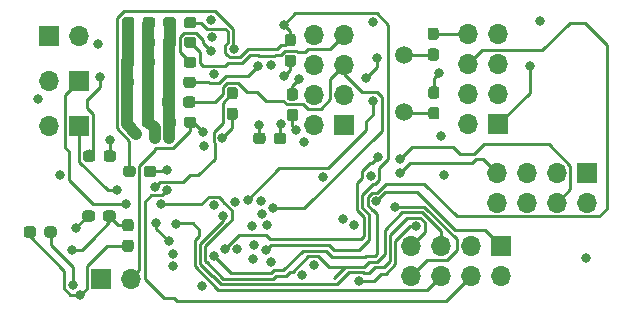
<source format=gbr>
%TF.GenerationSoftware,KiCad,Pcbnew,(5.1.6-0-10_14)*%
%TF.CreationDate,2020-07-31T15:00:41-05:00*%
%TF.ProjectId,final_fingerprint_sensor,66696e61-6c5f-4666-996e-676572707269,rev?*%
%TF.SameCoordinates,Original*%
%TF.FileFunction,Copper,L4,Bot*%
%TF.FilePolarity,Positive*%
%FSLAX46Y46*%
G04 Gerber Fmt 4.6, Leading zero omitted, Abs format (unit mm)*
G04 Created by KiCad (PCBNEW (5.1.6-0-10_14)) date 2020-07-31 15:00:41*
%MOMM*%
%LPD*%
G01*
G04 APERTURE LIST*
%TA.AperFunction,ComponentPad*%
%ADD10R,1.700000X1.700000*%
%TD*%
%TA.AperFunction,ComponentPad*%
%ADD11O,1.700000X1.700000*%
%TD*%
%TA.AperFunction,ComponentPad*%
%ADD12C,1.500000*%
%TD*%
%TA.AperFunction,ViaPad*%
%ADD13C,0.800000*%
%TD*%
%TA.AperFunction,Conductor*%
%ADD14C,0.250000*%
%TD*%
%TA.AperFunction,Conductor*%
%ADD15C,1.000000*%
%TD*%
G04 APERTURE END LIST*
%TO.P,C1,1*%
%TO.N,/FINGER_VCC*%
%TA.AperFunction,SMDPad,CuDef*%
G36*
G01*
X118525000Y-70162500D02*
X118525000Y-69687500D01*
G75*
G02*
X118762500Y-69450000I237500J0D01*
G01*
X119337500Y-69450000D01*
G75*
G02*
X119575000Y-69687500I0J-237500D01*
G01*
X119575000Y-70162500D01*
G75*
G02*
X119337500Y-70400000I-237500J0D01*
G01*
X118762500Y-70400000D01*
G75*
G02*
X118525000Y-70162500I0J237500D01*
G01*
G37*
%TD.AperFunction*%
%TO.P,C1,2*%
%TO.N,GND*%
%TA.AperFunction,SMDPad,CuDef*%
G36*
G01*
X120275000Y-70162500D02*
X120275000Y-69687500D01*
G75*
G02*
X120512500Y-69450000I237500J0D01*
G01*
X121087500Y-69450000D01*
G75*
G02*
X121325000Y-69687500I0J-237500D01*
G01*
X121325000Y-70162500D01*
G75*
G02*
X121087500Y-70400000I-237500J0D01*
G01*
X120512500Y-70400000D01*
G75*
G02*
X120275000Y-70162500I0J237500D01*
G01*
G37*
%TD.AperFunction*%
%TD*%
%TO.P,C4,1*%
%TO.N,GND*%
%TA.AperFunction,SMDPad,CuDef*%
G36*
G01*
X121225000Y-57087500D02*
X121225000Y-57562500D01*
G75*
G02*
X120987500Y-57800000I-237500J0D01*
G01*
X120412500Y-57800000D01*
G75*
G02*
X120175000Y-57562500I0J237500D01*
G01*
X120175000Y-57087500D01*
G75*
G02*
X120412500Y-56850000I237500J0D01*
G01*
X120987500Y-56850000D01*
G75*
G02*
X121225000Y-57087500I0J-237500D01*
G01*
G37*
%TD.AperFunction*%
%TO.P,C4,2*%
%TO.N,+3V3*%
%TA.AperFunction,SMDPad,CuDef*%
G36*
G01*
X119475000Y-57087500D02*
X119475000Y-57562500D01*
G75*
G02*
X119237500Y-57800000I-237500J0D01*
G01*
X118662500Y-57800000D01*
G75*
G02*
X118425000Y-57562500I0J237500D01*
G01*
X118425000Y-57087500D01*
G75*
G02*
X118662500Y-56850000I237500J0D01*
G01*
X119237500Y-56850000D01*
G75*
G02*
X119475000Y-57087500I0J-237500D01*
G01*
G37*
%TD.AperFunction*%
%TD*%
%TO.P,C6,2*%
%TO.N,GND*%
%TA.AperFunction,SMDPad,CuDef*%
G36*
G01*
X120125000Y-60912500D02*
X120125000Y-60437500D01*
G75*
G02*
X120362500Y-60200000I237500J0D01*
G01*
X120937500Y-60200000D01*
G75*
G02*
X121175000Y-60437500I0J-237500D01*
G01*
X121175000Y-60912500D01*
G75*
G02*
X120937500Y-61150000I-237500J0D01*
G01*
X120362500Y-61150000D01*
G75*
G02*
X120125000Y-60912500I0J237500D01*
G01*
G37*
%TD.AperFunction*%
%TO.P,C6,1*%
%TO.N,+3V3*%
%TA.AperFunction,SMDPad,CuDef*%
G36*
G01*
X118375000Y-60912500D02*
X118375000Y-60437500D01*
G75*
G02*
X118612500Y-60200000I237500J0D01*
G01*
X119187500Y-60200000D01*
G75*
G02*
X119425000Y-60437500I0J-237500D01*
G01*
X119425000Y-60912500D01*
G75*
G02*
X119187500Y-61150000I-237500J0D01*
G01*
X118612500Y-61150000D01*
G75*
G02*
X118375000Y-60912500I0J237500D01*
G01*
G37*
%TD.AperFunction*%
%TD*%
%TO.P,C7,1*%
%TO.N,+3V3*%
%TA.AperFunction,SMDPad,CuDef*%
G36*
G01*
X118325000Y-65937500D02*
X118325000Y-65462500D01*
G75*
G02*
X118562500Y-65225000I237500J0D01*
G01*
X119137500Y-65225000D01*
G75*
G02*
X119375000Y-65462500I0J-237500D01*
G01*
X119375000Y-65937500D01*
G75*
G02*
X119137500Y-66175000I-237500J0D01*
G01*
X118562500Y-66175000D01*
G75*
G02*
X118325000Y-65937500I0J237500D01*
G01*
G37*
%TD.AperFunction*%
%TO.P,C7,2*%
%TO.N,GND*%
%TA.AperFunction,SMDPad,CuDef*%
G36*
G01*
X120075000Y-65937500D02*
X120075000Y-65462500D01*
G75*
G02*
X120312500Y-65225000I237500J0D01*
G01*
X120887500Y-65225000D01*
G75*
G02*
X121125000Y-65462500I0J-237500D01*
G01*
X121125000Y-65937500D01*
G75*
G02*
X120887500Y-66175000I-237500J0D01*
G01*
X120312500Y-66175000D01*
G75*
G02*
X120075000Y-65937500I0J237500D01*
G01*
G37*
%TD.AperFunction*%
%TD*%
%TO.P,C8,1*%
%TO.N,GND*%
%TA.AperFunction,SMDPad,CuDef*%
G36*
G01*
X121125000Y-63812500D02*
X121125000Y-64287500D01*
G75*
G02*
X120887500Y-64525000I-237500J0D01*
G01*
X120312500Y-64525000D01*
G75*
G02*
X120075000Y-64287500I0J237500D01*
G01*
X120075000Y-63812500D01*
G75*
G02*
X120312500Y-63575000I237500J0D01*
G01*
X120887500Y-63575000D01*
G75*
G02*
X121125000Y-63812500I0J-237500D01*
G01*
G37*
%TD.AperFunction*%
%TO.P,C8,2*%
%TO.N,+3V3*%
%TA.AperFunction,SMDPad,CuDef*%
G36*
G01*
X119375000Y-63812500D02*
X119375000Y-64287500D01*
G75*
G02*
X119137500Y-64525000I-237500J0D01*
G01*
X118562500Y-64525000D01*
G75*
G02*
X118325000Y-64287500I0J237500D01*
G01*
X118325000Y-63812500D01*
G75*
G02*
X118562500Y-63575000I237500J0D01*
G01*
X119137500Y-63575000D01*
G75*
G02*
X119375000Y-63812500I0J-237500D01*
G01*
G37*
%TD.AperFunction*%
%TD*%
%TO.P,C9,1*%
%TO.N,Net-(C9-Pad1)*%
%TA.AperFunction,SMDPad,CuDef*%
G36*
G01*
X115075000Y-73937500D02*
X115075000Y-73462500D01*
G75*
G02*
X115312500Y-73225000I237500J0D01*
G01*
X115887500Y-73225000D01*
G75*
G02*
X116125000Y-73462500I0J-237500D01*
G01*
X116125000Y-73937500D01*
G75*
G02*
X115887500Y-74175000I-237500J0D01*
G01*
X115312500Y-74175000D01*
G75*
G02*
X115075000Y-73937500I0J237500D01*
G01*
G37*
%TD.AperFunction*%
%TO.P,C9,2*%
%TO.N,GND*%
%TA.AperFunction,SMDPad,CuDef*%
G36*
G01*
X116825000Y-73937500D02*
X116825000Y-73462500D01*
G75*
G02*
X117062500Y-73225000I237500J0D01*
G01*
X117637500Y-73225000D01*
G75*
G02*
X117875000Y-73462500I0J-237500D01*
G01*
X117875000Y-73937500D01*
G75*
G02*
X117637500Y-74175000I-237500J0D01*
G01*
X117062500Y-74175000D01*
G75*
G02*
X116825000Y-73937500I0J237500D01*
G01*
G37*
%TD.AperFunction*%
%TD*%
%TO.P,C10,2*%
%TO.N,GND*%
%TA.AperFunction,SMDPad,CuDef*%
G36*
G01*
X116175000Y-68387500D02*
X116175000Y-68862500D01*
G75*
G02*
X115937500Y-69100000I-237500J0D01*
G01*
X115362500Y-69100000D01*
G75*
G02*
X115125000Y-68862500I0J237500D01*
G01*
X115125000Y-68387500D01*
G75*
G02*
X115362500Y-68150000I237500J0D01*
G01*
X115937500Y-68150000D01*
G75*
G02*
X116175000Y-68387500I0J-237500D01*
G01*
G37*
%TD.AperFunction*%
%TO.P,C10,1*%
%TO.N,Net-(C10-Pad1)*%
%TA.AperFunction,SMDPad,CuDef*%
G36*
G01*
X117925000Y-68387500D02*
X117925000Y-68862500D01*
G75*
G02*
X117687500Y-69100000I-237500J0D01*
G01*
X117112500Y-69100000D01*
G75*
G02*
X116875000Y-68862500I0J237500D01*
G01*
X116875000Y-68387500D01*
G75*
G02*
X117112500Y-68150000I237500J0D01*
G01*
X117687500Y-68150000D01*
G75*
G02*
X117925000Y-68387500I0J-237500D01*
G01*
G37*
%TD.AperFunction*%
%TD*%
%TO.P,C13,2*%
%TO.N,GND*%
%TA.AperFunction,SMDPad,CuDef*%
G36*
G01*
X120150000Y-59237500D02*
X120150000Y-58762500D01*
G75*
G02*
X120387500Y-58525000I237500J0D01*
G01*
X120962500Y-58525000D01*
G75*
G02*
X121200000Y-58762500I0J-237500D01*
G01*
X121200000Y-59237500D01*
G75*
G02*
X120962500Y-59475000I-237500J0D01*
G01*
X120387500Y-59475000D01*
G75*
G02*
X120150000Y-59237500I0J237500D01*
G01*
G37*
%TD.AperFunction*%
%TO.P,C13,1*%
%TO.N,+3V3*%
%TA.AperFunction,SMDPad,CuDef*%
G36*
G01*
X118400000Y-59237500D02*
X118400000Y-58762500D01*
G75*
G02*
X118637500Y-58525000I237500J0D01*
G01*
X119212500Y-58525000D01*
G75*
G02*
X119450000Y-58762500I0J-237500D01*
G01*
X119450000Y-59237500D01*
G75*
G02*
X119212500Y-59475000I-237500J0D01*
G01*
X118637500Y-59475000D01*
G75*
G02*
X118400000Y-59237500I0J237500D01*
G01*
G37*
%TD.AperFunction*%
%TD*%
D10*
%TO.P,J1,1*%
%TO.N,/FINGER_VCC*%
X137248900Y-65991740D03*
D11*
%TO.P,J1,2*%
%TO.N,/USART2_RX_FROM_STM*%
X134708900Y-65991740D03*
%TO.P,J1,3*%
%TO.N,/USART2_TX_FROM_STM*%
X137248900Y-63451740D03*
%TO.P,J1,4*%
%TO.N,GND*%
X134708900Y-63451740D03*
%TO.P,J1,5*%
%TO.N,/INT2*%
X137248900Y-60911740D03*
%TO.P,J1,6*%
%TO.N,GND*%
X134708900Y-60911740D03*
%TO.P,J1,7*%
%TO.N,/INT1*%
X137248900Y-58371740D03*
%TO.P,J1,8*%
%TO.N,GND*%
X134708900Y-58371740D03*
%TD*%
%TO.P,J2,2*%
%TO.N,+5V*%
X112275000Y-62250000D03*
D10*
%TO.P,J2,1*%
%TO.N,Net-(J2-Pad1)*%
X114815000Y-62250000D03*
%TD*%
%TO.P,J3,1*%
%TO.N,Net-(J3-Pad1)*%
X114800000Y-66075000D03*
D11*
%TO.P,J3,2*%
%TO.N,+5V*%
X112260000Y-66075000D03*
%TD*%
%TO.P,J4,2*%
%TO.N,GND*%
X114808000Y-58420000D03*
D10*
%TO.P,J4,1*%
%TO.N,+5V*%
X112268000Y-58420000D03*
%TD*%
%TO.P,J5,1*%
%TO.N,GND*%
X116625000Y-79000000D03*
D11*
%TO.P,J5,2*%
%TO.N,/RST*%
X119165000Y-79000000D03*
%TD*%
%TO.P,J6,8*%
%TO.N,/DISP_BUSY*%
X150135000Y-72565000D03*
%TO.P,J6,7*%
%TO.N,/DISP_RESET_N*%
X150135000Y-70025000D03*
%TO.P,J6,6*%
%TO.N,/DISP_DATA_CMD_CTRL*%
X152675000Y-72565000D03*
%TO.P,J6,5*%
%TO.N,Net-(J6-Pad5)*%
X152675000Y-70025000D03*
%TO.P,J6,4*%
%TO.N,Net-(J6-Pad4)*%
X155215000Y-72565000D03*
%TO.P,J6,3*%
%TO.N,Net-(J6-Pad3)*%
X155215000Y-70025000D03*
%TO.P,J6,2*%
%TO.N,GND*%
X157755000Y-72565000D03*
D10*
%TO.P,J6,1*%
%TO.N,/DISP_VCC*%
X157755000Y-70025000D03*
%TD*%
%TO.P,J7,1*%
%TO.N,+3V3*%
X150290000Y-65930000D03*
D11*
%TO.P,J7,2*%
%TO.N,/SWDIO*%
X147750000Y-65930000D03*
%TO.P,J7,3*%
%TO.N,/SWCLK*%
X150290000Y-63390000D03*
%TO.P,J7,4*%
%TO.N,/SWO*%
X147750000Y-63390000D03*
%TO.P,J7,5*%
%TO.N,/NJTRST*%
X150290000Y-60850000D03*
%TO.P,J7,6*%
%TO.N,/TDI*%
X147750000Y-60850000D03*
%TO.P,J7,7*%
%TO.N,/FINGER_IO*%
X150290000Y-58310000D03*
%TO.P,J7,8*%
%TO.N,GND*%
X147750000Y-58310000D03*
%TD*%
%TO.P,J8,8*%
%TO.N,/KEYPAD_C4*%
X142855000Y-78790000D03*
%TO.P,J8,7*%
%TO.N,/KEYPAD_C3*%
X142855000Y-76250000D03*
%TO.P,J8,6*%
%TO.N,/KEYPAD_C2*%
X145395000Y-78790000D03*
%TO.P,J8,5*%
%TO.N,/KEYPAD_C1*%
X145395000Y-76250000D03*
%TO.P,J8,4*%
%TO.N,/KEYPAD_R4*%
X147935000Y-78790000D03*
%TO.P,J8,3*%
%TO.N,/KEYPAD_R3*%
X147935000Y-76250000D03*
%TO.P,J8,2*%
%TO.N,/KEYPAD_R2*%
X150475000Y-78790000D03*
D10*
%TO.P,J8,1*%
%TO.N,/KEYPAD_R1*%
X150475000Y-76250000D03*
%TD*%
%TO.P,R1,2*%
%TO.N,GND*%
%TA.AperFunction,SMDPad,CuDef*%
G36*
G01*
X120100000Y-62612500D02*
X120100000Y-62137500D01*
G75*
G02*
X120337500Y-61900000I237500J0D01*
G01*
X120912500Y-61900000D01*
G75*
G02*
X121150000Y-62137500I0J-237500D01*
G01*
X121150000Y-62612500D01*
G75*
G02*
X120912500Y-62850000I-237500J0D01*
G01*
X120337500Y-62850000D01*
G75*
G02*
X120100000Y-62612500I0J237500D01*
G01*
G37*
%TD.AperFunction*%
%TO.P,R1,1*%
%TO.N,+3V3*%
%TA.AperFunction,SMDPad,CuDef*%
G36*
G01*
X118350000Y-62612500D02*
X118350000Y-62137500D01*
G75*
G02*
X118587500Y-61900000I237500J0D01*
G01*
X119162500Y-61900000D01*
G75*
G02*
X119400000Y-62137500I0J-237500D01*
G01*
X119400000Y-62612500D01*
G75*
G02*
X119162500Y-62850000I-237500J0D01*
G01*
X118587500Y-62850000D01*
G75*
G02*
X118350000Y-62612500I0J237500D01*
G01*
G37*
%TD.AperFunction*%
%TD*%
%TO.P,R2,1*%
%TO.N,+3V3*%
%TA.AperFunction,SMDPad,CuDef*%
G36*
G01*
X121825000Y-64287500D02*
X121825000Y-63812500D01*
G75*
G02*
X122062500Y-63575000I237500J0D01*
G01*
X122637500Y-63575000D01*
G75*
G02*
X122875000Y-63812500I0J-237500D01*
G01*
X122875000Y-64287500D01*
G75*
G02*
X122637500Y-64525000I-237500J0D01*
G01*
X122062500Y-64525000D01*
G75*
G02*
X121825000Y-64287500I0J237500D01*
G01*
G37*
%TD.AperFunction*%
%TO.P,R2,2*%
%TO.N,/INT2*%
%TA.AperFunction,SMDPad,CuDef*%
G36*
G01*
X123575000Y-64287500D02*
X123575000Y-63812500D01*
G75*
G02*
X123812500Y-63575000I237500J0D01*
G01*
X124387500Y-63575000D01*
G75*
G02*
X124625000Y-63812500I0J-237500D01*
G01*
X124625000Y-64287500D01*
G75*
G02*
X124387500Y-64525000I-237500J0D01*
G01*
X123812500Y-64525000D01*
G75*
G02*
X123575000Y-64287500I0J237500D01*
G01*
G37*
%TD.AperFunction*%
%TD*%
%TO.P,R3,2*%
%TO.N,/INT1*%
%TA.AperFunction,SMDPad,CuDef*%
G36*
G01*
X123675000Y-59237500D02*
X123675000Y-58762500D01*
G75*
G02*
X123912500Y-58525000I237500J0D01*
G01*
X124487500Y-58525000D01*
G75*
G02*
X124725000Y-58762500I0J-237500D01*
G01*
X124725000Y-59237500D01*
G75*
G02*
X124487500Y-59475000I-237500J0D01*
G01*
X123912500Y-59475000D01*
G75*
G02*
X123675000Y-59237500I0J237500D01*
G01*
G37*
%TD.AperFunction*%
%TO.P,R3,1*%
%TO.N,+3V3*%
%TA.AperFunction,SMDPad,CuDef*%
G36*
G01*
X121925000Y-59237500D02*
X121925000Y-58762500D01*
G75*
G02*
X122162500Y-58525000I237500J0D01*
G01*
X122737500Y-58525000D01*
G75*
G02*
X122975000Y-58762500I0J-237500D01*
G01*
X122975000Y-59237500D01*
G75*
G02*
X122737500Y-59475000I-237500J0D01*
G01*
X122162500Y-59475000D01*
G75*
G02*
X121925000Y-59237500I0J237500D01*
G01*
G37*
%TD.AperFunction*%
%TD*%
%TO.P,R5,1*%
%TO.N,+3V3*%
%TA.AperFunction,SMDPad,CuDef*%
G36*
G01*
X121875000Y-62612500D02*
X121875000Y-62137500D01*
G75*
G02*
X122112500Y-61900000I237500J0D01*
G01*
X122687500Y-61900000D01*
G75*
G02*
X122925000Y-62137500I0J-237500D01*
G01*
X122925000Y-62612500D01*
G75*
G02*
X122687500Y-62850000I-237500J0D01*
G01*
X122112500Y-62850000D01*
G75*
G02*
X121875000Y-62612500I0J237500D01*
G01*
G37*
%TD.AperFunction*%
%TO.P,R5,2*%
%TO.N,/I2C1_SCL*%
%TA.AperFunction,SMDPad,CuDef*%
G36*
G01*
X123625000Y-62612500D02*
X123625000Y-62137500D01*
G75*
G02*
X123862500Y-61900000I237500J0D01*
G01*
X124437500Y-61900000D01*
G75*
G02*
X124675000Y-62137500I0J-237500D01*
G01*
X124675000Y-62612500D01*
G75*
G02*
X124437500Y-62850000I-237500J0D01*
G01*
X123862500Y-62850000D01*
G75*
G02*
X123625000Y-62612500I0J237500D01*
G01*
G37*
%TD.AperFunction*%
%TD*%
%TO.P,R6,1*%
%TO.N,+3V3*%
%TA.AperFunction,SMDPad,CuDef*%
G36*
G01*
X121925000Y-57562500D02*
X121925000Y-57087500D01*
G75*
G02*
X122162500Y-56850000I237500J0D01*
G01*
X122737500Y-56850000D01*
G75*
G02*
X122975000Y-57087500I0J-237500D01*
G01*
X122975000Y-57562500D01*
G75*
G02*
X122737500Y-57800000I-237500J0D01*
G01*
X122162500Y-57800000D01*
G75*
G02*
X121925000Y-57562500I0J237500D01*
G01*
G37*
%TD.AperFunction*%
%TO.P,R6,2*%
%TO.N,/I2C1_SDA*%
%TA.AperFunction,SMDPad,CuDef*%
G36*
G01*
X123675000Y-57562500D02*
X123675000Y-57087500D01*
G75*
G02*
X123912500Y-56850000I237500J0D01*
G01*
X124487500Y-56850000D01*
G75*
G02*
X124725000Y-57087500I0J-237500D01*
G01*
X124725000Y-57562500D01*
G75*
G02*
X124487500Y-57800000I-237500J0D01*
G01*
X123912500Y-57800000D01*
G75*
G02*
X123675000Y-57562500I0J237500D01*
G01*
G37*
%TD.AperFunction*%
%TD*%
%TO.P,R14,1*%
%TO.N,Net-(J6-Pad3)*%
%TA.AperFunction,SMDPad,CuDef*%
G36*
G01*
X132912500Y-61075000D02*
X132437500Y-61075000D01*
G75*
G02*
X132200000Y-60837500I0J237500D01*
G01*
X132200000Y-60262500D01*
G75*
G02*
X132437500Y-60025000I237500J0D01*
G01*
X132912500Y-60025000D01*
G75*
G02*
X133150000Y-60262500I0J-237500D01*
G01*
X133150000Y-60837500D01*
G75*
G02*
X132912500Y-61075000I-237500J0D01*
G01*
G37*
%TD.AperFunction*%
%TO.P,R14,2*%
%TO.N,/I2C1_SDA*%
%TA.AperFunction,SMDPad,CuDef*%
G36*
G01*
X132912500Y-59325000D02*
X132437500Y-59325000D01*
G75*
G02*
X132200000Y-59087500I0J237500D01*
G01*
X132200000Y-58512500D01*
G75*
G02*
X132437500Y-58275000I237500J0D01*
G01*
X132912500Y-58275000D01*
G75*
G02*
X133150000Y-58512500I0J-237500D01*
G01*
X133150000Y-59087500D01*
G75*
G02*
X132912500Y-59325000I-237500J0D01*
G01*
G37*
%TD.AperFunction*%
%TD*%
%TO.P,R17,1*%
%TO.N,Net-(J2-Pad1)*%
%TA.AperFunction,SMDPad,CuDef*%
G36*
G01*
X127512500Y-62775000D02*
X127987500Y-62775000D01*
G75*
G02*
X128225000Y-63012500I0J-237500D01*
G01*
X128225000Y-63587500D01*
G75*
G02*
X127987500Y-63825000I-237500J0D01*
G01*
X127512500Y-63825000D01*
G75*
G02*
X127275000Y-63587500I0J237500D01*
G01*
X127275000Y-63012500D01*
G75*
G02*
X127512500Y-62775000I237500J0D01*
G01*
G37*
%TD.AperFunction*%
%TO.P,R17,2*%
%TO.N,Net-(Q1-Pad3)*%
%TA.AperFunction,SMDPad,CuDef*%
G36*
G01*
X127512500Y-64525000D02*
X127987500Y-64525000D01*
G75*
G02*
X128225000Y-64762500I0J-237500D01*
G01*
X128225000Y-65337500D01*
G75*
G02*
X127987500Y-65575000I-237500J0D01*
G01*
X127512500Y-65575000D01*
G75*
G02*
X127275000Y-65337500I0J237500D01*
G01*
X127275000Y-64762500D01*
G75*
G02*
X127512500Y-64525000I237500J0D01*
G01*
G37*
%TD.AperFunction*%
%TD*%
%TO.P,R18,1*%
%TO.N,/RED_LED*%
%TA.AperFunction,SMDPad,CuDef*%
G36*
G01*
X129525000Y-67362500D02*
X129525000Y-66887500D01*
G75*
G02*
X129762500Y-66650000I237500J0D01*
G01*
X130337500Y-66650000D01*
G75*
G02*
X130575000Y-66887500I0J-237500D01*
G01*
X130575000Y-67362500D01*
G75*
G02*
X130337500Y-67600000I-237500J0D01*
G01*
X129762500Y-67600000D01*
G75*
G02*
X129525000Y-67362500I0J237500D01*
G01*
G37*
%TD.AperFunction*%
%TO.P,R18,2*%
%TO.N,GND*%
%TA.AperFunction,SMDPad,CuDef*%
G36*
G01*
X131275000Y-67362500D02*
X131275000Y-66887500D01*
G75*
G02*
X131512500Y-66650000I237500J0D01*
G01*
X132087500Y-66650000D01*
G75*
G02*
X132325000Y-66887500I0J-237500D01*
G01*
X132325000Y-67362500D01*
G75*
G02*
X132087500Y-67600000I-237500J0D01*
G01*
X131512500Y-67600000D01*
G75*
G02*
X131275000Y-67362500I0J237500D01*
G01*
G37*
%TD.AperFunction*%
%TD*%
%TO.P,R19,2*%
%TO.N,Net-(Q2-Pad3)*%
%TA.AperFunction,SMDPad,CuDef*%
G36*
G01*
X132612500Y-64625000D02*
X133087500Y-64625000D01*
G75*
G02*
X133325000Y-64862500I0J-237500D01*
G01*
X133325000Y-65437500D01*
G75*
G02*
X133087500Y-65675000I-237500J0D01*
G01*
X132612500Y-65675000D01*
G75*
G02*
X132375000Y-65437500I0J237500D01*
G01*
X132375000Y-64862500D01*
G75*
G02*
X132612500Y-64625000I237500J0D01*
G01*
G37*
%TD.AperFunction*%
%TO.P,R19,1*%
%TO.N,Net-(J3-Pad1)*%
%TA.AperFunction,SMDPad,CuDef*%
G36*
G01*
X132612500Y-62875000D02*
X133087500Y-62875000D01*
G75*
G02*
X133325000Y-63112500I0J-237500D01*
G01*
X133325000Y-63687500D01*
G75*
G02*
X133087500Y-63925000I-237500J0D01*
G01*
X132612500Y-63925000D01*
G75*
G02*
X132375000Y-63687500I0J237500D01*
G01*
X132375000Y-63112500D01*
G75*
G02*
X132612500Y-62875000I237500J0D01*
G01*
G37*
%TD.AperFunction*%
%TD*%
%TO.P,R23,2*%
%TO.N,/RST*%
%TA.AperFunction,SMDPad,CuDef*%
G36*
G01*
X123675000Y-66012500D02*
X123675000Y-65537500D01*
G75*
G02*
X123912500Y-65300000I237500J0D01*
G01*
X124487500Y-65300000D01*
G75*
G02*
X124725000Y-65537500I0J-237500D01*
G01*
X124725000Y-66012500D01*
G75*
G02*
X124487500Y-66250000I-237500J0D01*
G01*
X123912500Y-66250000D01*
G75*
G02*
X123675000Y-66012500I0J237500D01*
G01*
G37*
%TD.AperFunction*%
%TO.P,R23,1*%
%TO.N,+3V3*%
%TA.AperFunction,SMDPad,CuDef*%
G36*
G01*
X121925000Y-66012500D02*
X121925000Y-65537500D01*
G75*
G02*
X122162500Y-65300000I237500J0D01*
G01*
X122737500Y-65300000D01*
G75*
G02*
X122975000Y-65537500I0J-237500D01*
G01*
X122975000Y-66012500D01*
G75*
G02*
X122737500Y-66250000I-237500J0D01*
G01*
X122162500Y-66250000D01*
G75*
G02*
X121925000Y-66012500I0J237500D01*
G01*
G37*
%TD.AperFunction*%
%TD*%
D12*
%TO.P,Y2,1*%
%TO.N,/XTAL1_HI*%
X142325000Y-60050000D03*
%TO.P,Y2,2*%
%TO.N,/XTAL2_HI*%
X142325000Y-64930000D03*
%TD*%
%TO.P,C3,1*%
%TO.N,GND*%
%TA.AperFunction,SMDPad,CuDef*%
G36*
G01*
X124700000Y-60437500D02*
X124700000Y-60912500D01*
G75*
G02*
X124462500Y-61150000I-237500J0D01*
G01*
X123887500Y-61150000D01*
G75*
G02*
X123650000Y-60912500I0J237500D01*
G01*
X123650000Y-60437500D01*
G75*
G02*
X123887500Y-60200000I237500J0D01*
G01*
X124462500Y-60200000D01*
G75*
G02*
X124700000Y-60437500I0J-237500D01*
G01*
G37*
%TD.AperFunction*%
%TO.P,C3,2*%
%TO.N,+3V3*%
%TA.AperFunction,SMDPad,CuDef*%
G36*
G01*
X122950000Y-60437500D02*
X122950000Y-60912500D01*
G75*
G02*
X122712500Y-61150000I-237500J0D01*
G01*
X122137500Y-61150000D01*
G75*
G02*
X121900000Y-60912500I0J237500D01*
G01*
X121900000Y-60437500D01*
G75*
G02*
X122137500Y-60200000I237500J0D01*
G01*
X122712500Y-60200000D01*
G75*
G02*
X122950000Y-60437500I0J-237500D01*
G01*
G37*
%TD.AperFunction*%
%TD*%
%TO.P,C5,1*%
%TO.N,/XTAL1_HI*%
%TA.AperFunction,SMDPad,CuDef*%
G36*
G01*
X145012500Y-60550000D02*
X144537500Y-60550000D01*
G75*
G02*
X144300000Y-60312500I0J237500D01*
G01*
X144300000Y-59737500D01*
G75*
G02*
X144537500Y-59500000I237500J0D01*
G01*
X145012500Y-59500000D01*
G75*
G02*
X145250000Y-59737500I0J-237500D01*
G01*
X145250000Y-60312500D01*
G75*
G02*
X145012500Y-60550000I-237500J0D01*
G01*
G37*
%TD.AperFunction*%
%TO.P,C5,2*%
%TO.N,GND*%
%TA.AperFunction,SMDPad,CuDef*%
G36*
G01*
X145012500Y-58800000D02*
X144537500Y-58800000D01*
G75*
G02*
X144300000Y-58562500I0J237500D01*
G01*
X144300000Y-57987500D01*
G75*
G02*
X144537500Y-57750000I237500J0D01*
G01*
X145012500Y-57750000D01*
G75*
G02*
X145250000Y-57987500I0J-237500D01*
G01*
X145250000Y-58562500D01*
G75*
G02*
X145012500Y-58800000I-237500J0D01*
G01*
G37*
%TD.AperFunction*%
%TD*%
%TO.P,C16,2*%
%TO.N,GND*%
%TA.AperFunction,SMDPad,CuDef*%
G36*
G01*
X145062500Y-63775000D02*
X144587500Y-63775000D01*
G75*
G02*
X144350000Y-63537500I0J237500D01*
G01*
X144350000Y-62962500D01*
G75*
G02*
X144587500Y-62725000I237500J0D01*
G01*
X145062500Y-62725000D01*
G75*
G02*
X145300000Y-62962500I0J-237500D01*
G01*
X145300000Y-63537500D01*
G75*
G02*
X145062500Y-63775000I-237500J0D01*
G01*
G37*
%TD.AperFunction*%
%TO.P,C16,1*%
%TO.N,/XTAL2_HI*%
%TA.AperFunction,SMDPad,CuDef*%
G36*
G01*
X145062500Y-65525000D02*
X144587500Y-65525000D01*
G75*
G02*
X144350000Y-65287500I0J237500D01*
G01*
X144350000Y-64712500D01*
G75*
G02*
X144587500Y-64475000I237500J0D01*
G01*
X145062500Y-64475000D01*
G75*
G02*
X145300000Y-64712500I0J-237500D01*
G01*
X145300000Y-65287500D01*
G75*
G02*
X145062500Y-65525000I-237500J0D01*
G01*
G37*
%TD.AperFunction*%
%TD*%
%TO.P,R4,2*%
%TO.N,Net-(R20-Pad1)*%
%TA.AperFunction,SMDPad,CuDef*%
G36*
G01*
X111150000Y-74812500D02*
X111150000Y-75287500D01*
G75*
G02*
X110912500Y-75525000I-237500J0D01*
G01*
X110337500Y-75525000D01*
G75*
G02*
X110100000Y-75287500I0J237500D01*
G01*
X110100000Y-74812500D01*
G75*
G02*
X110337500Y-74575000I237500J0D01*
G01*
X110912500Y-74575000D01*
G75*
G02*
X111150000Y-74812500I0J-237500D01*
G01*
G37*
%TD.AperFunction*%
%TO.P,R4,1*%
%TO.N,+3V3*%
%TA.AperFunction,SMDPad,CuDef*%
G36*
G01*
X112900000Y-74812500D02*
X112900000Y-75287500D01*
G75*
G02*
X112662500Y-75525000I-237500J0D01*
G01*
X112087500Y-75525000D01*
G75*
G02*
X111850000Y-75287500I0J237500D01*
G01*
X111850000Y-74812500D01*
G75*
G02*
X112087500Y-74575000I237500J0D01*
G01*
X112662500Y-74575000D01*
G75*
G02*
X112900000Y-74812500I0J-237500D01*
G01*
G37*
%TD.AperFunction*%
%TD*%
%TO.P,R20,1*%
%TO.N,Net-(R20-Pad1)*%
%TA.AperFunction,SMDPad,CuDef*%
G36*
G01*
X119162500Y-76750000D02*
X118687500Y-76750000D01*
G75*
G02*
X118450000Y-76512500I0J237500D01*
G01*
X118450000Y-75937500D01*
G75*
G02*
X118687500Y-75700000I237500J0D01*
G01*
X119162500Y-75700000D01*
G75*
G02*
X119400000Y-75937500I0J-237500D01*
G01*
X119400000Y-76512500D01*
G75*
G02*
X119162500Y-76750000I-237500J0D01*
G01*
G37*
%TD.AperFunction*%
%TO.P,R20,2*%
%TO.N,GND*%
%TA.AperFunction,SMDPad,CuDef*%
G36*
G01*
X119162500Y-75000000D02*
X118687500Y-75000000D01*
G75*
G02*
X118450000Y-74762500I0J237500D01*
G01*
X118450000Y-74187500D01*
G75*
G02*
X118687500Y-73950000I237500J0D01*
G01*
X119162500Y-73950000D01*
G75*
G02*
X119400000Y-74187500I0J-237500D01*
G01*
X119400000Y-74762500D01*
G75*
G02*
X119162500Y-75000000I-237500J0D01*
G01*
G37*
%TD.AperFunction*%
%TD*%
D13*
%TO.N,/RST*%
X125275000Y-66600000D03*
%TO.N,GND*%
X137125000Y-73925000D03*
%TO.N,/DISP_RESET_N*%
X141975000Y-70050000D03*
%TO.N,+3V3*%
X114275000Y-79525000D03*
%TO.N,/FINGER_VCC*%
X127900000Y-59550000D03*
%TO.N,Net-(J6-Pad3)*%
X133800000Y-67400000D03*
%TO.N,/TDI*%
X126200000Y-77125000D03*
%TO.N,GND*%
X122250000Y-69825000D03*
X131050000Y-77600000D03*
%TO.N,+3V3*%
X125975000Y-57100000D03*
X126175000Y-61700000D03*
%TO.N,GND*%
X131075000Y-60875000D03*
X113150000Y-70225000D03*
X121175000Y-67075000D03*
X116550000Y-61925000D03*
X122725000Y-76875000D03*
X131850000Y-65875000D03*
X145250000Y-61575000D03*
X145725000Y-70250000D03*
X125975000Y-59700000D03*
X114150000Y-76550000D03*
%TO.N,+3V3*%
X122425000Y-67100000D03*
X119600000Y-66750000D03*
X133700000Y-78675000D03*
X130675000Y-74450000D03*
X152950000Y-61025000D03*
%TO.N,Net-(C9-Pad1)*%
X114500000Y-74700000D03*
%TO.N,Net-(C10-Pad1)*%
X111325000Y-63750000D03*
X117400000Y-67225000D03*
%TO.N,/DISP_VCC*%
X139675000Y-57275000D03*
X126012500Y-58562500D03*
%TO.N,/XTAL1*%
X138450000Y-79175000D03*
X143325000Y-74575000D03*
%TO.N,/INT2*%
X131225000Y-73025000D03*
%TO.N,/INT1*%
X134675000Y-77825000D03*
X157675000Y-77225000D03*
X153825000Y-57225000D03*
%TO.N,Net-(J2-Pad1)*%
X121175000Y-71225000D03*
X118800000Y-72675000D03*
%TO.N,Net-(J3-Pad1)*%
X133450000Y-62125000D03*
X118000000Y-71500000D03*
%TO.N,/RST*%
X138100000Y-74425000D03*
%TO.N,/DISP_BUSY*%
X130275000Y-73525000D03*
%TO.N,/DISP_RESET_N*%
X130225000Y-72425000D03*
%TO.N,/DISP_DATA_CMD_CTRL*%
X129100000Y-72325000D03*
X139700000Y-63950000D03*
%TO.N,Net-(J6-Pad5)*%
X122712500Y-77912500D03*
X135425000Y-70400000D03*
X145425000Y-66925000D03*
%TO.N,Net-(J6-Pad4)*%
X141950000Y-68873002D03*
%TO.N,Net-(J6-Pad3)*%
X132175000Y-61825000D03*
X139975000Y-60300000D03*
X139050000Y-61975000D03*
%TO.N,/SWDIO*%
X129450000Y-74575000D03*
%TO.N,/SWCLK*%
X125175000Y-79625000D03*
%TO.N,/SWO*%
X127125000Y-76500000D03*
X140075000Y-68675000D03*
%TO.N,/NJTRST*%
X128200000Y-76525000D03*
%TO.N,/FINGER_IO*%
X126250000Y-72775000D03*
%TO.N,/KEYPAD_C4*%
X141499999Y-72899999D03*
%TO.N,/KEYPAD_C3*%
X126975000Y-73675000D03*
%TO.N,/KEYPAD_C2*%
X123000000Y-74350000D03*
%TO.N,/KEYPAD_C1*%
X121750000Y-72675000D03*
%TO.N,/KEYPAD_R4*%
X122250000Y-71525000D03*
%TO.N,/KEYPAD_R1*%
X129575000Y-76175000D03*
X139950000Y-72450000D03*
%TO.N,Net-(Q1-Pad3)*%
X126925000Y-67100000D03*
%TO.N,/RED_LED*%
X130025000Y-66025000D03*
%TO.N,Net-(Q2-Pad3)*%
X133175000Y-66425000D03*
%TO.N,/I2C1_SCL*%
X129550000Y-77300000D03*
%TO.N,/I2C1_SDA*%
X130650000Y-76575000D03*
%TO.N,/DISP_PWR_ON*%
X122375000Y-75850000D03*
%TO.N,/I2C1_SDA*%
X132100000Y-57500000D03*
%TO.N,/I2C1_SCL*%
X129975000Y-60975000D03*
X139475000Y-70275000D03*
%TO.N,/DISP_PWR_ON*%
X121300000Y-74275000D03*
%TO.N,/FINGER_PWR_ON*%
X128025000Y-72475000D03*
X125400000Y-67775000D03*
X116400000Y-59125000D03*
%TO.N,Net-(R20-Pad1)*%
X114900000Y-80425000D03*
%TD*%
D14*
%TO.N,/FINGER_VCC*%
X127825000Y-59275000D02*
X127850000Y-59300000D01*
X126273002Y-56325000D02*
X127825000Y-57876998D01*
X118629490Y-56325000D02*
X126273002Y-56325000D01*
X117999990Y-56954500D02*
X118629490Y-56325000D01*
X127825000Y-57876998D02*
X127825000Y-59475000D01*
X117999990Y-66266730D02*
X117999990Y-56954500D01*
X127825000Y-59475000D02*
X127900000Y-59550000D01*
X119050000Y-67316740D02*
X117999990Y-66266730D01*
X119050000Y-69925000D02*
X119050000Y-67316740D01*
D15*
%TO.N,GND*%
X120600000Y-57425000D02*
X120700000Y-57325000D01*
X120600000Y-65700000D02*
X120600000Y-57425000D01*
X121175000Y-66275000D02*
X120600000Y-65700000D01*
X121175000Y-67075000D02*
X121175000Y-66275000D01*
D14*
X147715000Y-58275000D02*
X147750000Y-58310000D01*
X144775000Y-58275000D02*
X147715000Y-58275000D01*
X144825000Y-62125000D02*
X144825000Y-62125000D01*
X144825000Y-62000000D02*
X145250000Y-61575000D01*
X144825000Y-63250000D02*
X144825000Y-62000000D01*
X117350000Y-73700000D02*
X117350000Y-74225000D01*
X117350000Y-74225000D02*
X115850000Y-75725000D01*
X115650000Y-68625000D02*
X115650000Y-68150000D01*
X115975001Y-68299999D02*
X115975001Y-65050001D01*
X115650000Y-68625000D02*
X115975001Y-68299999D01*
X115975001Y-65050001D02*
X115500000Y-64575000D01*
X115500000Y-64575000D02*
X115500000Y-63825000D01*
X116550000Y-62800002D02*
X116550000Y-61925000D01*
X115525002Y-63825000D02*
X116550000Y-62800002D01*
X115500000Y-63825000D02*
X115525002Y-63825000D01*
X122225000Y-69850000D02*
X122250000Y-69825000D01*
X131800000Y-65925000D02*
X131850000Y-65875000D01*
X131800000Y-67125000D02*
X131800000Y-65925000D01*
X122150000Y-69925000D02*
X122250000Y-69825000D01*
X120800000Y-69925000D02*
X122150000Y-69925000D01*
X118125000Y-74475000D02*
X117350000Y-73700000D01*
X118925000Y-74475000D02*
X118125000Y-74475000D01*
X115025000Y-76550000D02*
X115850000Y-75725000D01*
X114150000Y-76550000D02*
X115025000Y-76550000D01*
X125287499Y-59012499D02*
X125975000Y-59700000D01*
X125287499Y-58766989D02*
X125287499Y-59012499D01*
X123679500Y-58199990D02*
X124720500Y-58199990D01*
X124720500Y-58199990D02*
X125287499Y-58766989D01*
X123349990Y-58529500D02*
X123679500Y-58199990D01*
X123349990Y-59849990D02*
X123349990Y-58529500D01*
X124175000Y-60675000D02*
X123349990Y-59849990D01*
D15*
%TO.N,+3V3*%
X118850000Y-65700000D02*
X118850000Y-64050000D01*
X118875000Y-64025000D02*
X118850000Y-64050000D01*
X118875000Y-62375000D02*
X118875000Y-64025000D01*
X118875000Y-60700000D02*
X118900000Y-60675000D01*
X118875000Y-62375000D02*
X118875000Y-60700000D01*
X118925000Y-60650000D02*
X118900000Y-60675000D01*
X118925000Y-59000000D02*
X118925000Y-60650000D01*
X118950000Y-58975000D02*
X118925000Y-59000000D01*
X118950000Y-57325000D02*
X118950000Y-58975000D01*
X122450000Y-57325000D02*
X122450000Y-59000000D01*
X122425000Y-59025000D02*
X122450000Y-59000000D01*
X122425000Y-60675000D02*
X122425000Y-59025000D01*
X122425000Y-65750000D02*
X122450000Y-65775000D01*
X122425000Y-60675000D02*
X122425000Y-65750000D01*
D14*
X122150000Y-66075000D02*
X122450000Y-65775000D01*
D15*
X118850000Y-65950000D02*
X118850000Y-65700000D01*
X122425000Y-65800000D02*
X122450000Y-65775000D01*
X122425000Y-67100000D02*
X122425000Y-65800000D01*
D14*
X152950000Y-63270000D02*
X152950000Y-61025000D01*
X150290000Y-65930000D02*
X152950000Y-63270000D01*
D15*
X118850000Y-65950000D02*
X119625000Y-66725000D01*
D14*
X112375000Y-76173002D02*
X114250000Y-78048002D01*
X112375000Y-75050000D02*
X112375000Y-76173002D01*
X114250000Y-79500000D02*
X114275000Y-79525000D01*
X114250000Y-78048002D02*
X114250000Y-79500000D01*
%TO.N,/XTAL1_HI*%
X144750000Y-60050000D02*
X144775000Y-60025000D01*
X142325000Y-60050000D02*
X144750000Y-60050000D01*
%TO.N,Net-(C9-Pad1)*%
X115500000Y-73700000D02*
X114500000Y-74700000D01*
X115600000Y-73700000D02*
X115500000Y-73700000D01*
%TO.N,Net-(C10-Pad1)*%
X117400000Y-68625000D02*
X117400000Y-67225000D01*
X117400000Y-67225000D02*
X117400000Y-67225000D01*
%TO.N,/XTAL1*%
X138450000Y-79175000D02*
X139775000Y-79175000D01*
X139775000Y-79175000D02*
X140375000Y-78575000D01*
X142790998Y-74575000D02*
X143325000Y-74575000D01*
X143325000Y-74575000D02*
X143325000Y-74575000D01*
X140375000Y-78575000D02*
X140750000Y-78575000D01*
X140750000Y-78575000D02*
X141570499Y-77754501D01*
X141570499Y-75795499D02*
X142790998Y-74575000D01*
X141570499Y-77754501D02*
X141570499Y-75795499D01*
%TO.N,/XTAL2_HI*%
X142395000Y-65000000D02*
X142325000Y-64930000D01*
X144825000Y-65000000D02*
X142395000Y-65000000D01*
%TO.N,/INT2*%
X136073899Y-62086741D02*
X137248900Y-60911740D01*
X134144899Y-64626741D02*
X135272901Y-64626741D01*
X133768168Y-64250010D02*
X134144899Y-64626741D01*
X132379500Y-64250010D02*
X133768168Y-64250010D01*
X135272901Y-64626741D02*
X136073899Y-63825743D01*
X136073899Y-63825743D02*
X136073899Y-62086741D01*
X124100000Y-64050000D02*
X126300000Y-64050000D01*
X126949990Y-62779500D02*
X127279500Y-62449990D01*
X128220500Y-62449990D02*
X129000000Y-63229490D01*
X127279500Y-62449990D02*
X128220500Y-62449990D01*
X126949990Y-63400010D02*
X126949990Y-62779500D01*
X126300000Y-64050000D02*
X126949990Y-63400010D01*
X129000000Y-63229490D02*
X129879490Y-63229490D01*
X130597755Y-63947755D02*
X132077245Y-63947755D01*
X129879490Y-63229490D02*
X130597755Y-63947755D01*
X132077245Y-63947755D02*
X132379500Y-64250010D01*
X140425001Y-66473001D02*
X133873002Y-73025000D01*
X140425001Y-63601999D02*
X140425001Y-66473001D01*
X133873002Y-73025000D02*
X131225000Y-73025000D01*
X140048001Y-63224999D02*
X140425001Y-63601999D01*
X137248900Y-61712738D02*
X138761161Y-63224999D01*
X138761161Y-63224999D02*
X140048001Y-63224999D01*
X137248900Y-60911740D02*
X137248900Y-61712738D01*
%TO.N,/INT1*%
X136073899Y-59546741D02*
X137248900Y-58371740D01*
X134203259Y-59546741D02*
X136073899Y-59546741D01*
X133899999Y-59850001D02*
X134203259Y-59546741D01*
X133899999Y-59850001D02*
X133295511Y-59850001D01*
X131874990Y-60029500D02*
X132204500Y-59699990D01*
X131420500Y-60029500D02*
X131874990Y-60029500D01*
X131300001Y-60149999D02*
X131420500Y-60029500D01*
X125025010Y-59825010D02*
X125025010Y-60750010D01*
X129998001Y-60149999D02*
X131300001Y-60149999D01*
X129948001Y-60099999D02*
X129998001Y-60149999D01*
X129225001Y-60099999D02*
X129948001Y-60099999D01*
X127175001Y-60974999D02*
X127424989Y-60725011D01*
X125025010Y-60750010D02*
X125249999Y-60974999D01*
X128599989Y-60725011D02*
X129225001Y-60099999D01*
X132204500Y-59699990D02*
X133145500Y-59699990D01*
X127424989Y-60725011D02*
X128599989Y-60725011D01*
X125249999Y-60974999D02*
X127175001Y-60974999D01*
X124200000Y-59000000D02*
X125025010Y-59825010D01*
X133295511Y-59850001D02*
X133145500Y-59699990D01*
%TO.N,Net-(J2-Pad1)*%
X113624999Y-63440001D02*
X114815000Y-62250000D01*
X113624999Y-67920509D02*
X113624999Y-63440001D01*
X118800000Y-72675000D02*
X115975000Y-72675000D01*
X115975000Y-72675000D02*
X113925000Y-70625000D01*
X113925000Y-68220510D02*
X113624999Y-67920509D01*
X113925000Y-70625000D02*
X113925000Y-68220510D01*
X126949990Y-64100010D02*
X127750000Y-63300000D01*
X121175000Y-71225000D02*
X121600001Y-70799999D01*
X126950000Y-65570510D02*
X126949990Y-65570500D01*
X126949990Y-65570500D02*
X126949990Y-64100010D01*
X126275000Y-68850000D02*
X126275000Y-67873002D01*
X121600001Y-70799999D02*
X123601999Y-70799999D01*
X124875000Y-70250000D02*
X126275000Y-68850000D01*
X124151998Y-70250000D02*
X124875000Y-70250000D01*
X126950000Y-65825000D02*
X126950000Y-65570510D01*
X123601999Y-70799999D02*
X124151998Y-70250000D01*
X126199999Y-66575001D02*
X126350000Y-66425000D01*
X126199999Y-67448001D02*
X126199999Y-66575001D01*
X126275000Y-67523002D02*
X126199999Y-67448001D01*
X126275000Y-67873002D02*
X126275000Y-67523002D01*
X126350000Y-66425000D02*
X126950000Y-65825000D01*
%TO.N,Net-(J3-Pad1)*%
X132850000Y-63400000D02*
X132850000Y-62725000D01*
X132850000Y-62725000D02*
X133450000Y-62125000D01*
X133450000Y-62125000D02*
X133450000Y-62125000D01*
X114800000Y-69095510D02*
X114800000Y-66075000D01*
X117204490Y-71500000D02*
X114800000Y-69095510D01*
X118000000Y-71500000D02*
X117204490Y-71500000D01*
%TO.N,/RST*%
X124200000Y-66491740D02*
X124200000Y-65775000D01*
X122766730Y-67925010D02*
X124200000Y-66491740D01*
X121254480Y-67925010D02*
X122766730Y-67925010D01*
X119165000Y-79000000D02*
X119799990Y-78365010D01*
X124450000Y-65775000D02*
X125275000Y-66600000D01*
X124200000Y-65775000D02*
X124450000Y-65775000D01*
X119900010Y-69474990D02*
X119900010Y-72288580D01*
X121254480Y-68120520D02*
X119900010Y-69474990D01*
X121254480Y-67925010D02*
X121254480Y-68120520D01*
X119889991Y-72298599D02*
X119889991Y-78275009D01*
X119889991Y-78275009D02*
X119799990Y-78365010D01*
X119900010Y-72288580D02*
X119889991Y-72298599D01*
%TO.N,/DISP_RESET_N*%
X150135000Y-70025000D02*
X148985000Y-68875000D01*
X148436410Y-68875000D02*
X148061410Y-69250000D01*
X148985000Y-68875000D02*
X148436410Y-68875000D01*
X142775000Y-69250000D02*
X143125000Y-69250000D01*
X141975000Y-70050000D02*
X142775000Y-69250000D01*
X148061410Y-69250000D02*
X143125000Y-69250000D01*
%TO.N,/DISP_DATA_CMD_CTRL*%
X135850643Y-69674999D02*
X139075000Y-66450642D01*
X131750001Y-69674999D02*
X135850643Y-69674999D01*
X129100000Y-72325000D02*
X131750001Y-69674999D01*
X139075000Y-66450642D02*
X139075000Y-65700000D01*
X139700000Y-65075000D02*
X139700000Y-63950000D01*
X139075000Y-65700000D02*
X139700000Y-65075000D01*
%TO.N,Net-(J6-Pad4)*%
X141950000Y-68873002D02*
X142973002Y-67850000D01*
X147038591Y-68450001D02*
X148224999Y-68450001D01*
X146438590Y-67850000D02*
X147038591Y-68450001D01*
X142973002Y-67850000D02*
X146438590Y-67850000D01*
X148224999Y-68450001D02*
X149050000Y-67625000D01*
X156390001Y-71389999D02*
X155215000Y-72565000D01*
X156390001Y-69460999D02*
X156390001Y-71389999D01*
X154554002Y-67625000D02*
X156390001Y-69460999D01*
X149050000Y-67625000D02*
X154554002Y-67625000D01*
%TO.N,Net-(J6-Pad3)*%
X132675000Y-61325000D02*
X132175000Y-61825000D01*
X132675000Y-60550000D02*
X132675000Y-61325000D01*
X139975000Y-60300000D02*
X139975000Y-61050000D01*
X139975000Y-61050000D02*
X139050000Y-61975000D01*
X139050000Y-61975000D02*
X139050000Y-61975000D01*
%TO.N,/SWO*%
X139550000Y-69200000D02*
X140075000Y-68675000D01*
X139409315Y-69200000D02*
X139550000Y-69200000D01*
X128300001Y-75324999D02*
X130648001Y-75324999D01*
X130948002Y-75625000D02*
X138700000Y-75625000D01*
X138749999Y-70475001D02*
X138749999Y-69859315D01*
X138700000Y-75625000D02*
X138899990Y-75425010D01*
X138324980Y-73170802D02*
X138324980Y-70900020D01*
X130648001Y-75324999D02*
X130948002Y-75625000D01*
X138899990Y-75425010D02*
X138899990Y-73745812D01*
X138324980Y-70900020D02*
X138749999Y-70475001D01*
X138749999Y-69859315D02*
X139409315Y-69200000D01*
X138899990Y-73745812D02*
X138324980Y-73170802D01*
X127125000Y-76500000D02*
X128300001Y-75324999D01*
%TO.N,/TDI*%
X156326001Y-57348999D02*
X154000001Y-59674999D01*
X159450001Y-59190999D02*
X157608001Y-57348999D01*
X159450001Y-73104001D02*
X159450001Y-59190999D01*
X148925001Y-59674999D02*
X147750000Y-60850000D01*
X131038610Y-78549980D02*
X131288600Y-78299990D01*
X158814001Y-73740001D02*
X159450001Y-73104001D01*
X140050000Y-73550000D02*
X139675001Y-73175001D01*
X143999999Y-70974999D02*
X146765001Y-73740001D01*
X140788591Y-70974999D02*
X143999999Y-70974999D01*
X127624980Y-78549980D02*
X131038610Y-78549980D01*
X140038591Y-71724999D02*
X140788591Y-70974999D01*
X139113590Y-77125000D02*
X139825000Y-77125000D01*
X139224999Y-72101999D02*
X139601999Y-71724999D01*
X139224999Y-72798001D02*
X139224999Y-72101999D01*
X139675001Y-73175001D02*
X139601999Y-73175001D01*
X139601999Y-71724999D02*
X140038591Y-71724999D01*
X139825000Y-77125000D02*
X140050000Y-76900000D01*
X139601999Y-73175001D02*
X139224999Y-72798001D01*
X133738601Y-76649989D02*
X135674989Y-76649989D01*
X139038590Y-77200000D02*
X139113590Y-77125000D01*
X136225000Y-77200000D02*
X139038590Y-77200000D01*
X131288600Y-78299990D02*
X132088600Y-78299990D01*
X135674989Y-76649989D02*
X136225000Y-77200000D01*
X132088600Y-78299990D02*
X133738601Y-76649989D01*
X140050000Y-76900000D02*
X140050000Y-73550000D01*
X146765001Y-73740001D02*
X158814001Y-73740001D01*
X154000001Y-59674999D02*
X148925001Y-59674999D01*
X157608001Y-57348999D02*
X156326001Y-57348999D01*
X126200000Y-77125000D02*
X127624980Y-78549980D01*
%TO.N,/KEYPAD_C4*%
X146750000Y-75654178D02*
X143995821Y-72899999D01*
X146750000Y-76575000D02*
X146750000Y-75654178D01*
X145899999Y-77425001D02*
X146750000Y-76575000D01*
X144219999Y-77425001D02*
X145899999Y-77425001D01*
X142855000Y-78790000D02*
X144219999Y-77425001D01*
X143995821Y-72899999D02*
X141499999Y-72899999D01*
X141499999Y-72899999D02*
X141499999Y-72899999D01*
%TO.N,/KEYPAD_C3*%
X126950000Y-73650000D02*
X126975000Y-73675000D01*
X144050001Y-75054999D02*
X142855000Y-76250000D01*
X142550001Y-73849999D02*
X143673001Y-73849999D01*
X141120489Y-75279511D02*
X142550001Y-73849999D01*
X140600000Y-78050000D02*
X141120489Y-77529511D01*
X141120489Y-77529511D02*
X141120489Y-75279511D01*
X139850000Y-78050000D02*
X140600000Y-78050000D01*
X136650000Y-79450000D02*
X137650001Y-78449999D01*
X126125000Y-78775000D02*
X126800000Y-79450000D01*
X126034412Y-78775000D02*
X126125000Y-78775000D01*
X138873002Y-78525000D02*
X139375000Y-78525000D01*
X144050001Y-74226999D02*
X144050001Y-75054999D01*
X137650001Y-78449999D02*
X138798001Y-78449999D01*
X125024989Y-77765577D02*
X126034412Y-78775000D01*
X126975000Y-74100000D02*
X125024989Y-76050011D01*
X143673001Y-73849999D02*
X144050001Y-74226999D01*
X126800000Y-79450000D02*
X136650000Y-79450000D01*
X138798001Y-78449999D02*
X138873002Y-78525000D01*
X139375000Y-78525000D02*
X139850000Y-78050000D01*
X125024989Y-76050011D02*
X125024989Y-77765577D01*
X126975000Y-73675000D02*
X126975000Y-74100000D01*
%TO.N,/KEYPAD_C2*%
X124950000Y-75350000D02*
X124950000Y-74850000D01*
X126588003Y-79965001D02*
X124574979Y-77951977D01*
X124574979Y-75725021D02*
X124950000Y-75350000D01*
X144219999Y-79965001D02*
X126588003Y-79965001D01*
X124950000Y-74850000D02*
X124425000Y-74325000D01*
X124574979Y-77951977D02*
X124574979Y-75725021D01*
X145395000Y-78790000D02*
X144219999Y-79965001D01*
X123025000Y-74325000D02*
X123000000Y-74350000D01*
X124425000Y-74325000D02*
X123025000Y-74325000D01*
%TO.N,/KEYPAD_C1*%
X137325011Y-77999989D02*
X136350000Y-78975000D01*
X134201999Y-77099999D02*
X132900000Y-78401998D01*
X135922991Y-77999989D02*
X135023001Y-77099999D01*
X135023001Y-77099999D02*
X134201999Y-77099999D01*
X137325011Y-77999989D02*
X135922991Y-77999989D01*
X132900000Y-78401998D02*
X132623002Y-78401998D01*
X132623002Y-78401998D02*
X132275000Y-78750000D01*
X132275000Y-78750000D02*
X131475000Y-78750000D01*
X131475000Y-78750000D02*
X131225010Y-78999990D01*
X126986400Y-78999990D02*
X125586410Y-77600000D01*
X131225010Y-78999990D02*
X126986400Y-78999990D01*
X127323001Y-74400001D02*
X127700001Y-74023001D01*
X126598001Y-72049999D02*
X125750001Y-72049999D01*
X126975001Y-72498003D02*
X126975001Y-72426999D01*
X127700001Y-73223003D02*
X126975001Y-72498003D01*
X126975001Y-72426999D02*
X126598001Y-72049999D01*
X127700001Y-74023001D02*
X127700001Y-73223003D01*
X125125000Y-72675000D02*
X121750000Y-72675000D01*
X125750001Y-72049999D02*
X125125000Y-72675000D01*
X125474999Y-77549999D02*
X125525000Y-77600000D01*
X125474999Y-76248003D02*
X125474999Y-77549999D01*
X127323001Y-74400001D02*
X125474999Y-76248003D01*
X125586410Y-77600000D02*
X125525000Y-77600000D01*
X143859401Y-73399989D02*
X145395000Y-74935588D01*
X140670479Y-74879521D02*
X142150011Y-73399989D01*
X137325011Y-77999989D02*
X138875011Y-77999989D01*
X140670479Y-76954521D02*
X140670479Y-74879521D01*
X145395000Y-74935588D02*
X145395000Y-76250000D01*
X139300000Y-77575000D02*
X140050000Y-77575000D01*
X142150011Y-73399989D02*
X143859401Y-73399989D01*
X140050000Y-77575000D02*
X140670479Y-76954521D01*
X138875011Y-77999989D02*
X139300000Y-77575000D01*
%TO.N,/KEYPAD_R4*%
X147935000Y-78790000D02*
X146759999Y-79965001D01*
X145825000Y-80900000D02*
X147935000Y-78790000D01*
X131450000Y-80900000D02*
X145825000Y-80900000D01*
X131445010Y-80904990D02*
X131450000Y-80900000D01*
X122000000Y-80650000D02*
X122800000Y-80650000D01*
X123054990Y-80904990D02*
X131445010Y-80904990D01*
X122800000Y-80650000D02*
X123054990Y-80904990D01*
X120340001Y-78990001D02*
X122000000Y-80650000D01*
X120340001Y-72484999D02*
X120340001Y-78990001D01*
X121401997Y-71950001D02*
X120874999Y-71950001D01*
X121426999Y-71924999D02*
X121401997Y-71950001D01*
X121850001Y-71924999D02*
X121426999Y-71924999D01*
X120874999Y-71950001D02*
X120340001Y-72484999D01*
X122250000Y-71525000D02*
X121850001Y-71924999D01*
%TO.N,/KEYPAD_R1*%
X141500000Y-71700000D02*
X141500000Y-71700000D01*
X146632232Y-74900000D02*
X149125000Y-74900000D01*
X144132232Y-72400000D02*
X146632232Y-74900000D01*
X144125000Y-72400000D02*
X144132232Y-72400000D01*
X149125000Y-74900000D02*
X150475000Y-76250000D01*
X143425000Y-71700000D02*
X144125000Y-72400000D01*
X140700000Y-71700000D02*
X143425000Y-71700000D01*
X139950000Y-72450000D02*
X140700000Y-71700000D01*
%TO.N,Net-(Q1-Pad3)*%
X127750000Y-66275000D02*
X126925000Y-67100000D01*
X127750000Y-65050000D02*
X127750000Y-66275000D01*
%TO.N,/RED_LED*%
X130050000Y-66050000D02*
X130025000Y-66025000D01*
X130050000Y-67125000D02*
X130050000Y-66050000D01*
%TO.N,Net-(Q2-Pad3)*%
X132850000Y-66100000D02*
X133175000Y-66425000D01*
X132850000Y-65150000D02*
X132850000Y-66100000D01*
%TO.N,/I2C1_SCL*%
X129123271Y-61826729D02*
X129975000Y-60975000D01*
X126668079Y-62425001D02*
X127266351Y-61826729D01*
X125826999Y-62425001D02*
X126668079Y-62425001D01*
X127266351Y-61826729D02*
X129123271Y-61826729D01*
X125776998Y-62375000D02*
X125826999Y-62425001D01*
X124150000Y-62375000D02*
X125776998Y-62375000D01*
%TO.N,/I2C1_SDA*%
X132225020Y-59249980D02*
X132675000Y-58800000D01*
X131550000Y-59550000D02*
X131850020Y-59249980D01*
X131425000Y-59550000D02*
X131550000Y-59550000D01*
X129109099Y-59579491D02*
X131395509Y-59579491D01*
X131395509Y-59579491D02*
X131425000Y-59550000D01*
X128413589Y-60275001D02*
X129109099Y-59579491D01*
X127375000Y-58063408D02*
X127375000Y-58701998D01*
X127136593Y-57825001D02*
X127375000Y-58063408D01*
X124200000Y-57325000D02*
X125126998Y-57325000D01*
X125126998Y-57325000D02*
X125626999Y-57825001D01*
X131850020Y-59249980D02*
X132225020Y-59249980D01*
X125626999Y-57825001D02*
X127136593Y-57825001D01*
X127551999Y-60275001D02*
X128413589Y-60275001D01*
X127325999Y-60049001D02*
X127174999Y-59898001D01*
X127325999Y-60049001D02*
X127551999Y-60275001D01*
X127174999Y-59225001D02*
X127375000Y-59025000D01*
X127174999Y-59898001D02*
X127174999Y-59225001D01*
X127375000Y-59025000D02*
X127375000Y-58701998D01*
X132675000Y-58075000D02*
X132100000Y-57500000D01*
X132675000Y-58800000D02*
X132675000Y-58075000D01*
X131049999Y-76175001D02*
X130650000Y-76575000D01*
X135950000Y-76175000D02*
X131049999Y-76175001D01*
X139350000Y-75700000D02*
X138450000Y-76600000D01*
X136375000Y-76600000D02*
X135950000Y-76175000D01*
X139690587Y-71000001D02*
X138774990Y-71915598D01*
X140200000Y-70623002D02*
X139823001Y-71000001D01*
X138450000Y-76600000D02*
X136375000Y-76600000D01*
X140200000Y-69675000D02*
X140200000Y-70623002D01*
X140965598Y-57492596D02*
X140965598Y-68909402D01*
X139823001Y-71000001D02*
X139690587Y-71000001D01*
X140023001Y-56549999D02*
X140965598Y-57492596D01*
X138774990Y-71915598D02*
X138774990Y-72984402D01*
X140965598Y-68909402D02*
X140200000Y-69675000D01*
X139350000Y-73559412D02*
X139350000Y-75700000D01*
X133050001Y-56549999D02*
X140023001Y-56549999D01*
X138774990Y-72984402D02*
X139350000Y-73559412D01*
X132100000Y-57500000D02*
X133050001Y-56549999D01*
%TO.N,/DISP_PWR_ON*%
X122375000Y-75850000D02*
X121300000Y-74775000D01*
X121300000Y-74775000D02*
X121300000Y-74275000D01*
X121300000Y-74275000D02*
X121300000Y-74275000D01*
%TO.N,Net-(R20-Pad1)*%
X113549999Y-79873001D02*
X113926999Y-80250001D01*
X113549999Y-78314997D02*
X113549999Y-79873001D01*
X110625000Y-75389998D02*
X113549999Y-78314997D01*
X110625000Y-75050000D02*
X110625000Y-75389998D01*
X113926999Y-80250001D02*
X113926999Y-80326999D01*
X114025000Y-80425000D02*
X114900000Y-80425000D01*
X113926999Y-80326999D02*
X114025000Y-80425000D01*
X117114998Y-76225000D02*
X118925000Y-76225000D01*
X115449999Y-77889999D02*
X117114998Y-76225000D01*
X115449999Y-79875001D02*
X115449999Y-77889999D01*
X114900000Y-80425000D02*
X115449999Y-79875001D01*
%TD*%
M02*

</source>
